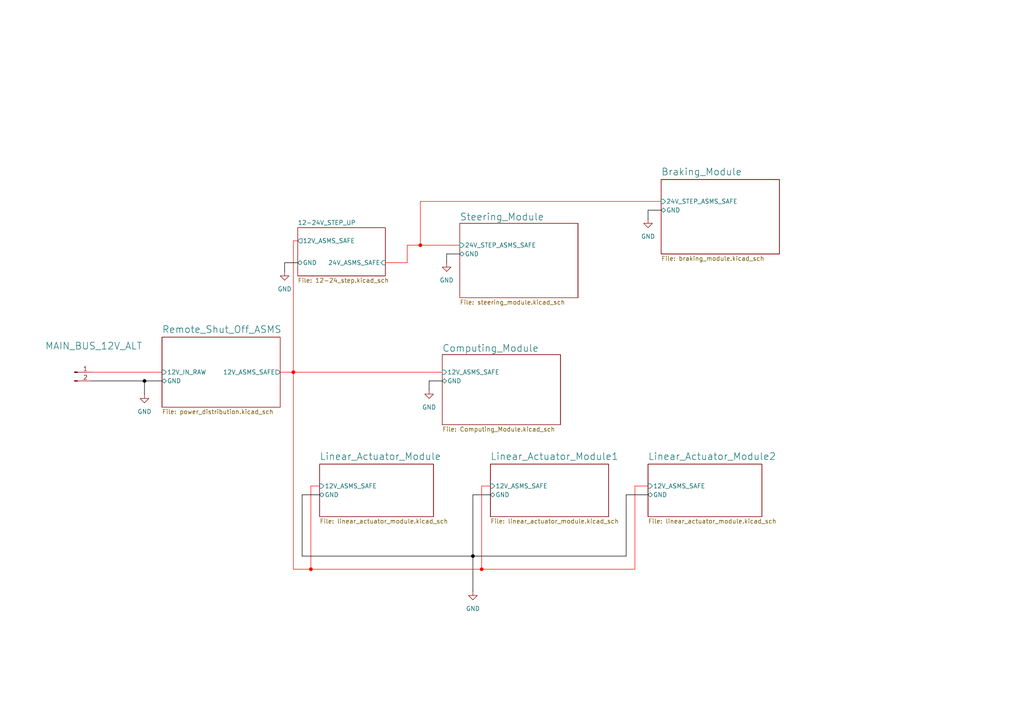
<source format=kicad_sch>
(kicad_sch (version 20250114) (generator "eeschema") (generator_version "9.0")
  (paper "A4")
  (title_block (title "Formula Trinity - Autonomous Driving System") (rev "V 1.0"))
  (lib_symbols
    (symbol "Connector:Conn_01x02_Pin" (pin_names (offset 1.016) (hide yes))
      (property "Reference" "J" (at 0 2.54 0))
      (property "Value" "Conn_01x02_Pin" (at 0 -5.08 0))
      (symbol "Conn_01x02_Pin_1_1"
        (rectangle (start 0.8636 0.127) (end 0 -0.127) (stroke (width 0.1524)) (fill (type outline)))
        (rectangle (start 0.8636 -2.413) (end 0 -2.667) (stroke (width 0.1524)) (fill (type outline)))
        (polyline (pts (xy 1.27 0) (xy 0.8636 0)) (stroke (width 0.1524)))
        (polyline (pts (xy 1.27 -2.54) (xy 0.8636 -2.54)) (stroke (width 0.1524)))
        (pin passive line (at 5.08 0 180) (length 3.81) (name "Pin_1") (number "1"))
        (pin passive line (at 5.08 -2.54 180) (length 3.81) (name "Pin_2") (number "2"))
      )
    )
    (symbol "power:GND" (power) (pin_numbers (hide yes)) (pin_names (offset 0) (hide yes))
      (property "Value" "GND" (at 0 -3.81 0))
      (symbol "GND_0_1"
        (polyline (pts (xy 0 0) (xy 0 -1.27) (xy 1.27 -1.27) (xy 0 -2.54) (xy -1.27 -1.27) (xy 0 -1.27)))
      )
      (symbol "GND_1_1"
        (pin power_in line (at 0 0 270) (length 0) (name "~") (number "1"))
      )
    )
  )
  (junction (at 139.7 165.1) (color 255 0 0 1))
  (junction (at 121.92 71.12) (color 255 0 0 1))
  (junction (at 90.17 165.1) (color 255 0 0 1))
  (junction (at 41.91 110.49) (color 0 0 0 1))
  (junction (at 137.16 161.29) (color 0 0 0 1))
  (junction (at 85.09 107.95) (color 255 0 0 1))
  (wire (pts (xy 187.96 60.96) (xy 187.96 63.5)) (stroke (width 0) (color 0 0 0 1)))
  (wire (pts (xy 137.16 143.51) (xy 142.24 143.51)) (stroke (width 0) (color 0 0 0 1)))
  (wire (pts (xy 137.16 161.29) (xy 137.16 171.45)) (stroke (width 0) (color 0 0 0 1)))
  (wire (pts (xy 90.17 165.1) (xy 90.17 140.97)) (stroke (width 0) (color 255 0 0 1)))
  (wire (pts (xy 26.67 110.49) (xy 41.91 110.49)) (stroke (width 0) (color 0 0 0 1)))
  (wire (pts (xy 90.17 140.97) (xy 92.71 140.97)) (stroke (width 0) (color 255 0 0 1)))
  (wire (pts (xy 137.16 143.51) (xy 137.16 161.29)) (stroke (width 0) (color 0 0 0 1)))
  (wire (pts (xy 87.63 161.29) (xy 137.16 161.29)) (stroke (width 0) (color 0 0 0 1)))
  (wire (pts (xy 85.09 69.85) (xy 86.36 69.85)) (stroke (width 0) (color 255 0 0 1)))
  (wire (pts (xy 87.63 143.51) (xy 91.44 143.51)) (stroke (width 0) (color 0 0 0 1)))
  (wire (pts (xy 191.77 60.96) (xy 187.96 60.96)) (stroke (width 0) (color 0 0 0 1)))
  (wire (pts (xy 121.92 58.42) (xy 191.77 58.42)) (stroke (width 0) (color 255 0 0 1)))
  (wire (pts (xy 82.55 76.2) (xy 82.55 78.74)) (stroke (width 0) (color 0 0 0 1)))
  (wire (pts (xy 41.91 110.49) (xy 46.99 110.49)) (stroke (width 0) (color 0 0 0 1)))
  (wire (pts (xy 118.11 71.12) (xy 118.11 76.2)) (stroke (width 0) (color 255 0 0 1)))
  (wire (pts (xy 184.15 165.1) (xy 184.15 140.97)) (stroke (width 0) (color 255 0 0 1)))
  (wire (pts (xy 139.7 140.97) (xy 139.7 165.1)) (stroke (width 0) (color 255 0 0 1)))
  (wire (pts (xy 121.92 71.12) (xy 121.92 58.42)) (stroke (width 0) (color 255 0 0 1)))
  (wire (pts (xy 184.15 140.97) (xy 187.96 140.97)) (stroke (width 0) (color 255 0 0 1)))
  (wire (pts (xy 124.46 110.49) (xy 124.46 113.03)) (stroke (width 0) (color 0 0 0 1)))
  (wire (pts (xy 91.44 143.51) (xy 92.71 143.51)) (stroke (width 0) (color 0 0 0 1)))
  (wire (pts (xy 139.7 165.1) (xy 184.15 165.1)) (stroke (width 0) (color 255 0 0 1)))
  (wire (pts (xy 181.61 161.29) (xy 181.61 143.51)) (stroke (width 0) (color 0 0 0 1)))
  (wire (pts (xy 41.91 110.49) (xy 41.91 114.3)) (stroke (width 0) (color 0 0 0 1)))
  (wire (pts (xy 86.36 76.2) (xy 82.55 76.2)) (stroke (width 0) (color 0 0 0 1)))
  (wire (pts (xy 26.67 107.95) (xy 46.99 107.95)) (stroke (width 0) (color 255 0 0 1)))
  (wire (pts (xy 181.61 143.51) (xy 187.96 143.51)) (stroke (width 0) (color 0 0 0 1)))
  (wire (pts (xy 90.17 165.1) (xy 139.7 165.1)) (stroke (width 0) (color 255 0 0 1)))
  (wire (pts (xy 85.09 107.95) (xy 85.09 165.1)) (stroke (width 0) (color 255 0 0 1)))
  (wire (pts (xy 142.24 140.97) (xy 139.7 140.97)) (stroke (width 0) (color 255 0 0 1)))
  (wire (pts (xy 137.16 161.29) (xy 181.61 161.29)) (stroke (width 0) (color 0 0 0 1)))
  (wire (pts (xy 85.09 107.95) (xy 128.27 107.95)) (stroke (width 0) (color 255 0 0 1)))
  (wire (pts (xy 121.92 71.12) (xy 133.35 71.12)) (stroke (width 0) (color 255 0 0 1)))
  (wire (pts (xy 129.54 73.66) (xy 129.54 76.2)) (stroke (width 0) (color 0 0 0 1)))
  (wire (pts (xy 81.28 107.95) (xy 85.09 107.95)) (stroke (width 0) (color 255 0 0 1)))
  (wire (pts (xy 87.63 161.29) (xy 87.63 143.51)) (stroke (width 0) (color 0 0 0 1)))
  (wire (pts (xy 133.35 73.66) (xy 129.54 73.66)) (stroke (width 0) (color 0 0 0 1)))
  (wire (pts (xy 85.09 165.1) (xy 90.17 165.1)) (stroke (width 0) (color 255 0 0 1)))
  (wire (pts (xy 118.11 76.2) (xy 111.76 76.2)) (stroke (width 0) (color 255 0 0 1)))
  (wire (pts (xy 121.92 71.12) (xy 118.11 71.12)) (stroke (width 0) (color 255 0 0 1)))
  (wire (pts (xy 85.09 69.85) (xy 85.09 107.95)) (stroke (width 0) (color 255 0 0 1)))
  (wire (pts (xy 128.27 110.49) (xy 124.46 110.49)) (stroke (width 0) (color 0 0 0 1)))
  (symbol (lib_id "power:GND") (at 187.96 63.5 0) (unit 1)
    (property "Reference" "#PWR03" (effects (hide yes)))
    (property "Value" "GND" (at 187.96 68.58 0))
    (property "Description" "Power symbol creates a global label with name \"GND\" , ground" (effects (hide yes)))
  )
  (symbol (lib_id "power:GND") (at 82.55 78.74 0) (unit 1)
    (property "Reference" "#PWR01" (effects (hide yes)))
    (property "Value" "GND" (at 82.55 83.82 0))
    (property "Description" "Power symbol creates a global label with name \"GND\" , ground" (effects (hide yes)))
  )
  (symbol (lib_id "power:GND") (at 124.46 113.03 0) (unit 1)
    (property "Reference" "#PWR04" (effects (hide yes)))
    (property "Value" "GND" (at 124.46 118.11 0))
    (property "Description" "Power symbol creates a global label with name \"GND\" , ground" (effects (hide yes)))
  )
  (symbol (lib_id "power:GND") (at 137.16 171.45 0) (unit 1)
    (property "Reference" "#PWR06" (effects (hide yes)))
    (property "Value" "GND" (at 137.16 176.53 0))
    (property "Description" "Power symbol creates a global label with name \"GND\" , ground" (effects (hide yes)))
  )
  (symbol (lib_id "Connector:Conn_01x02_Pin") (at 21.59 107.95 0) (unit 1)
    (property "Reference" "MAIN_BUS_12V_ALT" (at 27.178 100.33 0) (effects (font (size 2 2))))
    (property "Value" "Conn_01x02_Pin" (effects (hide yes)))
    (property "Description" "Connection from the alternator bus, runs on 12 V" (effects (hide yes)))
  )
  (symbol (lib_id "power:GND") (at 41.91 114.3 0) (unit 1)
    (property "Reference" "#PWR05" (effects (hide yes)))
    (property "Value" "GND" (at 41.91 119.38 0))
    (property "Description" "Power symbol creates a global label with name \"GND\" , ground" (effects (hide yes)))
  )
  (symbol (lib_id "power:GND") (at 129.54 76.2 0) (unit 1)
    (property "Reference" "#PWR02" (effects (hide yes)))
    (property "Value" "GND" (at 129.54 81.28 0))
    (property "Description" "Power symbol creates a global label with name \"GND\" , ground" (effects (hide yes)))
  )
  (sheet (at 46.99 97.79) (size 34.29 20.32) (stroke (width 0.1524))
    (property "Sheetname" "Remote_Shut_Off_ASMS" (at 46.99 96.7134 0) (effects (font (size 2 2)) (justify left bottom)))
    (property "Sheetfile" "power_distribution.kicad_sch" (at 46.99 118.6946 0) (effects (justify left top)))
    (pin "12V_ASMS_SAFE" output (at 81.28 107.95 0))
    (pin "12V_IN_RAW" input (at 46.99 107.95 180))
    (pin "GND" bidirectional (at 46.99 110.49 180))
  )
  (sheet (at 191.77 52.07) (size 34.29 21.59) (stroke (width 0.1524))
    (property "Sheetname" "Braking_Module" (at 191.77 50.9934 0) (effects (font (size 2 2)) (justify left bottom)))
    (property "Sheetfile" "braking_module.kicad_sch" (at 191.77 74.2446 0) (effects (justify left top)))
    (pin "24V_STEP_ASMS_SAFE" input (at 191.77 58.42 180))
    (pin "GND" bidirectional (at 191.77 60.96 180))
  )
  (sheet (at 86.36 66.04) (size 25.4 13.97) (stroke (width 0.1524))
    (property "Sheetname" "12-24V_STEP_UP" (at 86.36 65.3284 0) (effects (justify left bottom)))
    (property "Sheetfile" "12-24_step.kicad_sch" (at 86.36 80.5946 0) (effects (justify left top)))
    (pin "12V_ASMS_SAFE" output (at 86.36 69.85 180))
    (pin "24V_ASMS_SAFE" input (at 111.76 76.2 0))
    (pin "GND" bidirectional (at 86.36 76.2 180))
  )
  (sheet (at 187.96 134.62) (size 33.02 15.24) (stroke (width 0.1524))
    (property "Sheetname" "Linear_Actuator_Module2" (at 187.96 133.5434 0) (effects (font (size 2 2)) (justify left bottom)))
    (property "Sheetfile" "linear_actuator_module.kicad_sch" (at 187.96 150.4446 0) (effects (justify left top)))
    (pin "12V_ASMS_SAFE" input (at 187.96 140.97 180))
    (pin "GND" bidirectional (at 187.96 143.51 180))
  )
  (sheet (at 128.27 102.87) (size 34.29 20.32) (stroke (width 0.1524))
    (property "Sheetname" "Computing_Module" (at 128.27 102.1584 0) (effects (font (size 2 2)) (justify left bottom)))
    (property "Sheetfile" "Computing_Module.kicad_sch" (at 128.27 123.7746 0) (effects (justify left top)))
    (pin "12V_ASMS_SAFE" input (at 128.27 107.95 180))
    (pin "GND" bidirectional (at 128.27 110.49 180))
  )
  (sheet (at 133.35 64.77) (size 34.29 21.59) (stroke (width 0.1524))
    (property "Sheetname" "Steering_Module" (at 133.35 64.0584 0) (effects (font (size 2 2)) (justify left bottom)))
    (property "Sheetfile" "steering_module.kicad_sch" (at 133.35 86.9446 0) (effects (justify left top)))
    (pin "24V_STEP_ASMS_SAFE" input (at 133.35 71.12 180))
    (pin "GND" bidirectional (at 133.35 73.66 180))
  )
  (sheet (at 92.71 134.62) (size 33.02 15.24) (stroke (width 0.1524))
    (property "Sheetname" "Linear_Actuator_Module" (at 92.71 133.5434 0) (effects (font (size 2 2)) (justify left bottom)))
    (property "Sheetfile" "linear_actuator_module.kicad_sch" (at 92.71 150.4446 0) (effects (justify left top)))
    (pin "12V_ASMS_SAFE" input (at 92.71 140.97 180))
    (pin "GND" bidirectional (at 92.71 143.51 180))
  )
  (sheet (at 142.24 134.62) (size 34.29 15.24) (stroke (width 0.1524))
    (property "Sheetname" "Linear_Actuator_Module1" (at 142.24 133.5434 0) (effects (font (size 2 2)) (justify left bottom)))
    (property "Sheetfile" "linear_actuator_module.kicad_sch" (at 142.24 150.4446 0) (effects (justify left top)))
    (pin "12V_ASMS_SAFE" input (at 142.24 140.97 180))
    (pin "GND" bidirectional (at 142.24 143.51 180))
  )
)
</source>
